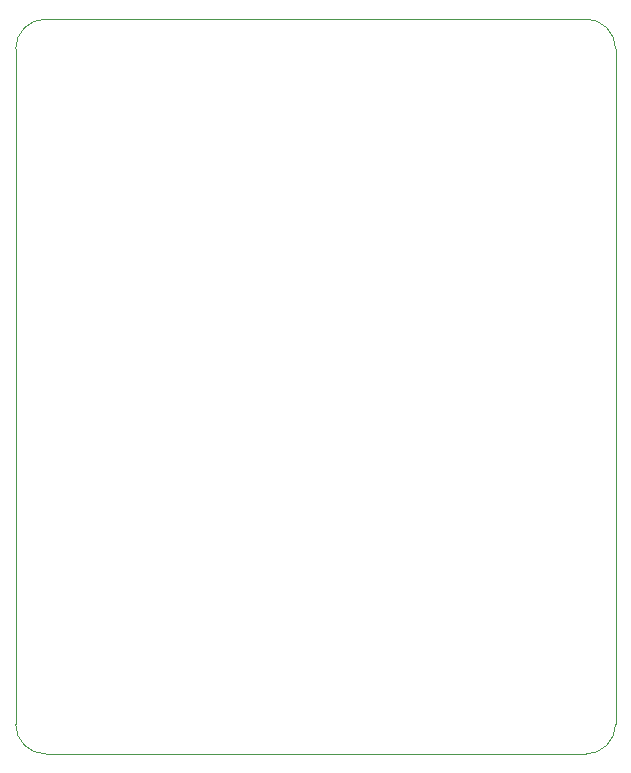
<source format=gbr>
%TF.GenerationSoftware,KiCad,Pcbnew,7.0.7*%
%TF.CreationDate,2023-12-26T11:08:45+08:00*%
%TF.ProjectId,Dice_Roller_SAMD,44696365-5f52-46f6-9c6c-65725f53414d,rev?*%
%TF.SameCoordinates,Original*%
%TF.FileFunction,Profile,NP*%
%FSLAX46Y46*%
G04 Gerber Fmt 4.6, Leading zero omitted, Abs format (unit mm)*
G04 Created by KiCad (PCBNEW 7.0.7) date 2023-12-26 11:08:45*
%MOMM*%
%LPD*%
G01*
G04 APERTURE LIST*
%TA.AperFunction,Profile*%
%ADD10C,0.100000*%
%TD*%
G04 APERTURE END LIST*
D10*
X152400000Y-165100000D02*
G75*
G03*
X154940000Y-167640000I2540000J0D01*
G01*
X154940000Y-105410000D02*
G75*
G03*
X152400000Y-107950000I0J-2540000D01*
G01*
X200660000Y-167640000D02*
G75*
G03*
X203200000Y-165100000I0J2540000D01*
G01*
X154940000Y-167640000D02*
X200660000Y-167640000D01*
X152400000Y-107950000D02*
X152400000Y-165100000D01*
X203200000Y-107950000D02*
G75*
G03*
X200660000Y-105410000I-2540000J0D01*
G01*
X203200000Y-165100000D02*
X203200000Y-107950000D01*
X200660000Y-105410000D02*
X154940000Y-105410000D01*
M02*

</source>
